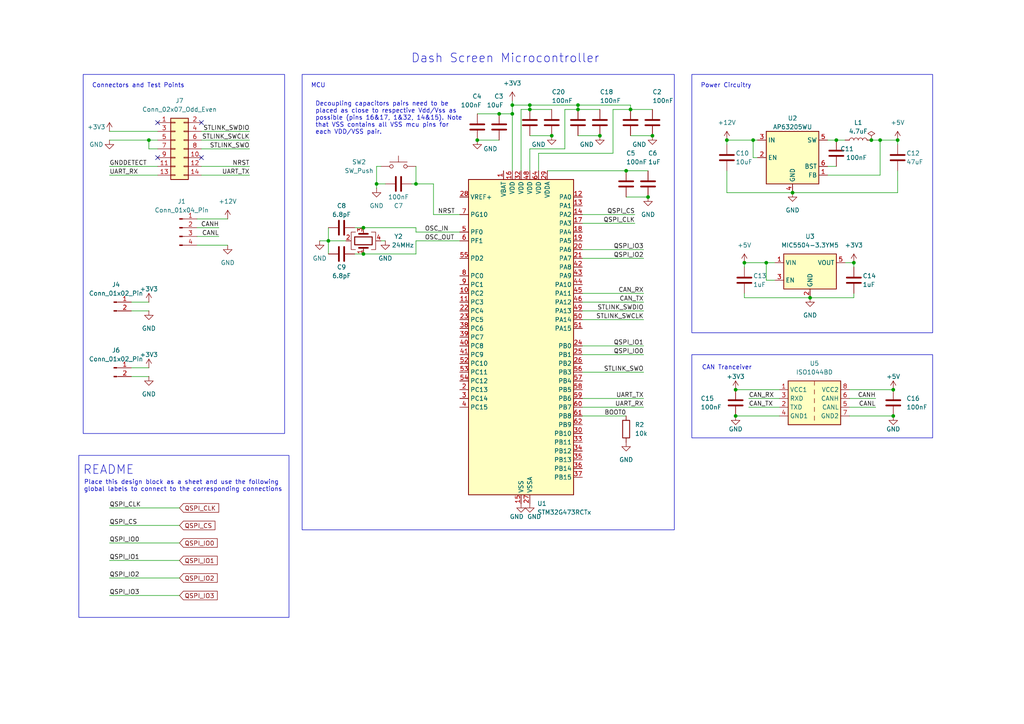
<source format=kicad_sch>
(kicad_sch (version 20250114) (generator "eeschema") (generator_version "9.0")
  (paper "A4")
  (lib_symbols
    (symbol "Connector:Conn_01x02_Pin" (pin_names (offset 1.016) (hide yes))
      (property "Reference" "J" (at 0 2.54 0))
      (property "Value" "Conn_01x02_Pin" (at 0 -5.08 0))
      (symbol "Conn_01x02_Pin_1_1"
        (pin passive line (at 5.08 0 180) (length 3.81) (name "Pin_1") (number "1"))
        (pin passive line (at 5.08 -2.54 180) (length 3.81) (name "Pin_2") (number "2"))
      )
    )
    (symbol "Connector:Conn_01x04_Pin" (pin_names (offset 1.016) (hide yes))
      (property "Reference" "J" (at 0 5.08 0))
      (property "Value" "Conn_01x04_Pin" (at 0 -7.62 0))
      (symbol "Conn_01x04_Pin_1_1"
        (pin passive line (at 5.08 2.54 180) (length 3.81) (name "Pin_1") (number "1"))
        (pin passive line (at 5.08 0 180) (length 3.81) (name "Pin_2") (number "2"))
        (pin passive line (at 5.08 -2.54 180) (length 3.81) (name "Pin_3") (number "3"))
        (pin passive line (at 5.08 -5.08 180) (length 3.81) (name "Pin_4") (number "4"))
      )
    )
    (symbol "Connector_Generic:Conn_02x07_Odd_Even" (pin_names (offset 1.016) (hide yes))
      (property "Reference" "J" (at 1.27 10.16 0))
      (property "Value" "Conn_02x07_Odd_Even" (at 1.27 -10.16 0))
      (symbol "Conn_02x07_Odd_Even_1_1"
        (pin passive line (at -5.08 7.62 0) (length 3.81) (name "Pin_1") (number "1"))
        (pin passive line (at -5.08 5.08 0) (length 3.81) (name "Pin_3") (number "3"))
        (pin passive line (at -5.08 2.54 0) (length 3.81) (name "Pin_5") (number "5"))
        (pin passive line (at -5.08 0 0) (length 3.81) (name "Pin_7") (number "7"))
        (pin passive line (at -5.08 -2.54 0) (length 3.81) (name "Pin_9") (number "9"))
        (pin passive line (at -5.08 -5.08 0) (length 3.81) (name "Pin_11") (number "11"))
        (pin passive line (at -5.08 -7.62 0) (length 3.81) (name "Pin_13") (number "13"))
        (pin passive line (at 7.62 7.62 180) (length 3.81) (name "Pin_2") (number "2"))
        (pin passive line (at 7.62 5.08 180) (length 3.81) (name "Pin_4") (number "4"))
        (pin passive line (at 7.62 2.54 180) (length 3.81) (name "Pin_6") (number "6"))
        (pin passive line (at 7.62 0 180) (length 3.81) (name "Pin_8") (number "8"))
        (pin passive line (at 7.62 -2.54 180) (length 3.81) (name "Pin_10") (number "10"))
        (pin passive line (at 7.62 -5.08 180) (length 3.81) (name "Pin_12") (number "12"))
        (pin passive line (at 7.62 -7.62 180) (length 3.81) (name "Pin_14") (number "14"))
      )
    )
    (symbol "Device:C" (pin_numbers (hide yes)) (pin_names (offset 0.254))
      (property "Reference" "C" (at 0.635 2.54 0))
      (property "Value" "C" (at 0.635 -2.54 0))
      (symbol "C_1_1"
        (pin passive line (at 0 3.81 270) (length 2.794) (name "~") (number "1"))
        (pin passive line (at 0 -3.81 90) (length 2.794) (name "~") (number "2"))
      )
    )
    (symbol "Device:Crystal_GND24" (pin_names (offset 1.016) (hide yes))
      (property "Reference" "Y" (at 3.175 5.08 0))
      (property "Value" "Crystal_GND24" (at 3.175 3.175 0))
      (symbol "Crystal_GND24_1_1"
        (pin passive line (at -3.81 0 0) (length 1.27) (name "1") (number "1"))
        (pin passive line (at 0 5.08 270) (length 1.27) (name "2") (number "2"))
        (pin passive line (at 0 -5.08 90) (length 1.27) (name "4") (number "4"))
        (pin passive line (at 3.81 0 180) (length 1.27) (name "3") (number "3"))
      )
    )
    (symbol "Device:L" (pin_numbers (hide yes)) (pin_names (offset 1.016) (hide yes))
      (property "Reference" "L" (at -1.27 0 90))
      (property "Value" "L" (at 1.905 0 90))
      (symbol "L_1_1"
        (pin passive line (at 0 3.81 270) (length 1.27) (name "1") (number "1"))
        (pin passive line (at 0 -3.81 90) (length 1.27) (name "2") (number "2"))
      )
    )
    (symbol "Device:R" (pin_numbers (hide yes)) (pin_names (offset 0))
      (property "Reference" "R" (at 2.032 0 90))
      (property "Value" "R" (at 0 0 90))
      (symbol "R_1_1"
        (pin passive line (at 0 3.81 270) (length 1.27) (name "~") (number "1"))
        (pin passive line (at 0 -3.81 90) (length 1.27) (name "~") (number "2"))
      )
    )
    (symbol "Interface_CAN_LIN:ISO1044BD"
      (property "Reference" "U" (at -6.35 6.35 0))
      (property "Value" "ISO1044BD" (at 2.54 6.35 0))
      (symbol "ISO1044BD_1_1"
        (pin power_in line (at -10.16 2.54 0) (length 2.54) (name "VCC1") (number "1"))
        (pin output line (at -10.16 0 0) (length 2.54) (name "RXD") (number "3"))
        (pin input line (at -10.16 -2.54 0) (length 2.54) (name "TXD") (number "2"))
        (pin power_in line (at -10.16 -5.08 0) (length 2.54) (name "GND1") (number "4"))
        (pin power_in line (at 10.16 2.54 180) (length 2.54) (name "VCC2") (number "8"))
        (pin bidirectional line (at 10.16 0 180) (length 2.54) (name "CANH") (number "6"))
        (pin bidirectional line (at 10.16 -2.54 180) (length 2.54) (name "CANL") (number "5"))
        (pin power_in line (at 10.16 -5.08 180) (length 2.54) (name "GND2") (number "7"))
      )
    )
    (symbol "MCU_ST_STM32G4:STM32G473RCTx"
      (property "Reference" "U" (at -15.24 46.99 0))
      (property "Value" "STM32G473RCTx" (at 10.16 46.99 0))
      (symbol "STM32G473RCTx_1_1"
        (pin input line (at -17.78 40.64 0) (length 2.54) (name "VREF+") (number "28"))
        (pin bidirectional line (at -17.78 35.56 0) (length 2.54) (name "PG10") (number "7"))
        (pin bidirectional line (at -17.78 30.48 0) (length 2.54) (name "PF0") (number "5"))
        (pin bidirectional line (at -17.78 27.94 0) (length 2.54) (name "PF1") (number "6"))
        (pin bidirectional line (at -17.78 22.86 0) (length 2.54) (name "PD2") (number "55"))
        (pin bidirectional line (at -17.78 17.78 0) (length 2.54) (name "PC0") (number "8"))
        (pin bidirectional line (at -17.78 15.24 0) (length 2.54) (name "PC1") (number "9"))
        (pin bidirectional line (at -17.78 12.7 0) (length 2.54) (name "PC2") (number "10"))
        (pin bidirectional line (at -17.78 10.16 0) (length 2.54) (name "PC3") (number "11"))
        (pin bidirectional line (at -17.78 7.62 0) (length 2.54) (name "PC4") (number "22"))
        (pin bidirectional line (at -17.78 5.08 0) (length 2.54) (name "PC5") (number "23"))
        (pin bidirectional line (at -17.78 2.54 0) (length 2.54) (name "PC6") (number "38"))
        (pin bidirectional line (at -17.78 0 0) (length 2.54) (name "PC7") (number "39"))
        (pin bidirectional line (at -17.78 -2.54 0) (length 2.54) (name "PC8") (number "40"))
        (pin bidirectional line (at -17.78 -5.08 0) (length 2.54) (name "PC9") (number "41"))
        (pin bidirectional line (at -17.78 -7.62 0) (length 2.54) (name "PC10") (number "52"))
        (pin bidirectional line (at -17.78 -10.16 0) (length 2.54) (name "PC11") (number "53"))
        (pin bidirectional line (at -17.78 -12.7 0) (length 2.54) (name "PC12") (number "54"))
        (pin bidirectional line (at -17.78 -15.24 0) (length 2.54) (name "PC13") (number "2"))
        (pin bidirectional line (at -17.78 -17.78 0) (length 2.54) (name "PC14") (number "3"))
        (pin bidirectional line (at -17.78 -20.32 0) (length 2.54) (name "PC15") (number "4"))
        (pin power_in line (at -5.08 48.26 270) (length 2.54) (name "VBAT") (number "1"))
        (pin power_in line (at -2.54 48.26 270) (length 2.54) (name "VDD") (number "16"))
        (pin power_in line (at 0 48.26 270) (length 2.54) (name "VDD") (number "32"))
        (pin power_in line (at 0 -48.26 90) (length 2.54) (name "VSS") (number "15"))
        (pin passive line (at 0 -48.26 90) (length 2.54) (hide yes) (name "VSS") (number "31"))
        (pin passive line (at 0 -48.26 90) (length 2.54) (hide yes) (name "VSS") (number "47"))
        (pin passive line (at 0 -48.26 90) (length 2.54) (hide yes) (name "VSS") (number "63"))
        (pin power_in line (at 2.54 48.26 270) (length 2.54) (name "VDD") (number "48"))
        (pin power_in line (at 2.54 -48.26 90) (length 2.54) (name "VSSA") (number "27"))
        (pin power_in line (at 5.08 48.26 270) (length 2.54) (name "VDD") (number "64"))
        (pin power_in line (at 7.62 48.26 270) (length 2.54) (name "VDDA") (number "29"))
        (pin bidirectional line (at 17.78 40.64 180) (length 2.54) (name "PA0") (number "12"))
        (pin bidirectional line (at 17.78 38.1 180) (length 2.54) (name "PA1") (number "13"))
        (pin bidirectional line (at 17.78 35.56 180) (length 2.54) (name "PA2") (number "14"))
        (pin bidirectional line (at 17.78 33.02 180) (length 2.54) (name "PA3") (number "17"))
        (pin bidirectional line (at 17.78 30.48 180) (length 2.54) (name "PA4") (number "18"))
        (pin bidirectional line (at 17.78 27.94 180) (length 2.54) (name "PA5") (number "19"))
        (pin bidirectional line (at 17.78 25.4 180) (length 2.54) (name "PA6") (number "20"))
        (pin bidirectional line (at 17.78 22.86 180) (length 2.54) (name "PA7") (number "21"))
        (pin bidirectional line (at 17.78 20.32 180) (length 2.54) (name "PA8") (number "42"))
        (pin bidirectional line (at 17.78 17.78 180) (length 2.54) (name "PA9") (number "43"))
        (pin bidirectional line (at 17.78 15.24 180) (length 2.54) (name "PA10") (number "44"))
        (pin bidirectional line (at 17.78 12.7 180) (length 2.54) (name "PA11") (number "45"))
        (pin bidirectional line (at 17.78 10.16 180) (length 2.54) (name "PA12") (number "46"))
        (pin bidirectional line (at 17.78 7.62 180) (length 2.54) (name "PA13") (number "49"))
        (pin bidirectional line (at 17.78 5.08 180) (length 2.54) (name "PA14") (number "50"))
        (pin bidirectional line (at 17.78 2.54 180) (length 2.54) (name "PA15") (number "51"))
        (pin bidirectional line (at 17.78 -2.54 180) (length 2.54) (name "PB0") (number "24"))
        (pin bidirectional line (at 17.78 -5.08 180) (length 2.54) (name "PB1") (number "25"))
        (pin bidirectional line (at 17.78 -7.62 180) (length 2.54) (name "PB2") (number "26"))
        (pin bidirectional line (at 17.78 -10.16 180) (length 2.54) (name "PB3") (number "56"))
        (pin bidirectional line (at 17.78 -12.7 180) (length 2.54) (name "PB4") (number "57"))
        (pin bidirectional line (at 17.78 -15.24 180) (length 2.54) (name "PB5") (number "58"))
        (pin bidirectional line (at 17.78 -17.78 180) (length 2.54) (name "PB6") (number "59"))
        (pin bidirectional line (at 17.78 -20.32 180) (length 2.54) (name "PB7") (number "60"))
        (pin bidirectional line (at 17.78 -22.86 180) (length 2.54) (name "PB8") (number "61"))
        (pin bidirectional line (at 17.78 -25.4 180) (length 2.54) (name "PB9") (number "62"))
        (pin bidirectional line (at 17.78 -27.94 180) (length 2.54) (name "PB10") (number "30"))
        (pin bidirectional line (at 17.78 -30.48 180) (length 2.54) (name "PB11") (number "33"))
        (pin bidirectional line (at 17.78 -33.02 180) (length 2.54) (name "PB12") (number "34"))
        (pin bidirectional line (at 17.78 -35.56 180) (length 2.54) (name "PB13") (number "35"))
        (pin bidirectional line (at 17.78 -38.1 180) (length 2.54) (name "PB14") (number "36"))
        (pin bidirectional line (at 17.78 -40.64 180) (length 2.54) (name "PB15") (number "37"))
      )
    )
    (symbol "Regulator_Linear:MIC5504-3.3YM5"
      (property "Reference" "U" (at -7.62 8.89 0))
      (property "Value" "MIC5504-3.3YM5" (at -7.62 6.35 0))
      (symbol "MIC5504-3.3YM5_1_1"
        (pin power_in line (at -10.16 2.54 0) (length 2.54) (name "VIN") (number "1"))
        (pin input line (at -10.16 -2.54 0) (length 2.54) (name "EN") (number "3"))
        (pin power_in line (at 0 -7.62 90) (length 2.54) (name "GND") (number "2"))
        (pin no_connect line (at 7.62 -2.54 180) (length 2.54) (hide yes) (name "NC") (number "4"))
        (pin power_out line (at 10.16 2.54 180) (length 2.54) (name "VOUT") (number "5"))
      )
    )
    (symbol "Regulator_Switching:AP63205WU"
      (property "Reference" "U1" (at 0 13.97 0))
      (property "Value" "AP63205WU" (at 0 11.43 0))
      (symbol "AP63205WU_1_1"
        (pin power_in line (at -10.16 7.62 0) (length 2.54) (name "IN") (number "3"))
        (pin input line (at -10.16 2.54 0) (length 2.54) (name "EN") (number "2"))
        (pin power_in line (at 0 -7.62 90) (length 2.54) (name "GND") (number "4"))
        (pin output line (at 10.16 7.62 180) (length 2.54) (name "SW") (number "5"))
        (pin passive line (at 10.16 0 180) (length 2.54) (name "BST") (number "6"))
        (pin input line (at 10.16 -2.54 180) (length 2.54) (name "FB") (number "1"))
      )
    )
    (symbol "Switch:SW_Push" (pin_numbers (hide yes)) (pin_names (offset 1.016) (hide yes))
      (property "Reference" "SW" (at 1.27 2.54 0))
      (property "Value" "SW_Push" (at 0 -1.524 0))
      (symbol "SW_Push_0_1"
        (pin passive line (at -5.08 0 0) (length 2.54) (name "1") (number "1"))
        (pin passive line (at 5.08 0 180) (length 2.54) (name "2") (number "2"))
      )
    )
    (symbol "power:+12V" (power) (pin_numbers (hide yes)) (pin_names (offset 0) (hide yes))
      (property "Value" "+12V" (at 0 3.556 0))
      (symbol "+12V_1_1"
        (pin power_in line (at 0 0 90) (length 0) (name "~") (number "1"))
      )
    )
    (symbol "power:+3V3" (power) (pin_numbers (hide yes)) (pin_names (offset 0) (hide yes))
      (property "Value" "+3V3" (at 0 3.556 0))
      (symbol "+3V3_1_1"
        (pin power_in line (at 0 0 90) (length 0) (name "~") (number "1"))
      )
    )
    (symbol "power:+5V" (power) (pin_numbers (hide yes)) (pin_names (offset 0) (hide yes))
      (property "Value" "+5V" (at 0 3.556 0))
      (symbol "+5V_1_1"
        (pin power_in line (at 0 0 90) (length 0) (name "~") (number "1"))
      )
    )
    (symbol "power:GND" (power) (pin_numbers (hide yes)) (pin_names (offset 0) (hide yes))
      (property "Value" "GND" (at 0 -3.81 0))
      (symbol "GND_1_1"
        (pin power_in line (at 0 0 270) (length 0) (name "~") (number "1"))
      )
    )
    (symbol "power:PWR_FLAG" (power) (pin_numbers (hide yes)) (pin_names (offset 0) (hide yes))
      (property "Value" "PWR_FLAG" (at 0 3.81 0))
      (symbol "PWR_FLAG_0_0"
        (pin power_out line (at 0 0 90) (length 0) (name "~") (number "1"))
      )
    )
  )
  (rectangle (start 87.63 21.59) (end 195.58 153.67))
  (rectangle (start 22.86 132.08) (end 83.82 179.07))
  (rectangle (start 24.13 21.59) (end 82.55 125.73))
  (rectangle (start 200.66 21.59) (end 270.51 96.52))
  (rectangle (start 200.66 102.87) (end 270.51 127))
  (text "README" (at 31.496 136.398 0) (effects (font (size 2.54 2.54))))
  (text "Place this design block as a sheet and use the following \nglobal labels to connect to the corresponding connections" (at 53.086 140.97 0) (effects (font (size 1.27 1.27))))
  (text "Dash Screen Microcontroller" (at 146.558 17.018 0) (effects (font (size 2.54 2.54))))
  (text "CAN Tranceiver" (at 210.82 106.68 0) (effects (font (size 1.27 1.27))))
  (text "Decoupling capacitors pairs need to be\nplaced as close to respective Vdd/Vss as\npossible (pins 16&17, 1&32, 14&15). Note\nthat VSS contains all VSS mcu pins for\neach VDD/VSS pair." (at 91.44 34.29 0) (effects (font (size 1.27 1.27)) (justify left)))
  (text "MCU" (at 90.17 24.13 0) (effects (font (size 1.27 1.27)) (justify left top)))
  (text "Connectors and Test Points\n" (at 26.67 24.13 0) (effects (font (size 1.27 1.27)) (justify left top)))
  (text "Power Circuitry" (at 203.2 24.13 0) (effects (font (size 1.27 1.27)) (justify left top)))
  (junction (at 138.43 40.64))
  (junction (at 259.08 120.65))
  (junction (at 144.78 33.02))
  (junction (at 260.35 40.64))
  (junction (at 109.22 53.34))
  (junction (at 160.02 39.37))
  (junction (at 189.23 39.37))
  (junction (at 218.44 40.64))
  (junction (at 252.73 40.64))
  (junction (at 148.59 33.02))
  (junction (at 120.65 53.34))
  (junction (at 181.61 49.53))
  (junction (at 167.64 31.75))
  (junction (at 43.18 40.64))
  (junction (at 148.59 30.48))
  (junction (at 187.96 57.15))
  (junction (at 173.99 39.37))
  (junction (at 222.25 76.2))
  (junction (at 259.08 113.03))
  (junction (at 247.65 76.2))
  (junction (at 105.41 73.66))
  (junction (at 153.67 30.48))
  (junction (at 229.87 55.88))
  (junction (at 215.9 76.2))
  (junction (at 234.95 86.36))
  (junction (at 153.67 31.75))
  (junction (at 105.41 66.04))
  (junction (at 242.57 40.64))
  (junction (at 182.88 31.75))
  (junction (at 210.82 40.64))
  (junction (at 213.36 113.03))
  (junction (at 255.27 40.64))
  (junction (at 95.25 69.85))
  (junction (at 167.64 30.48))
  (junction (at 213.36 120.65))
  (no_connect (at 45.72 45.72))
  (no_connect (at 58.42 45.72))
  (no_connect (at 45.72 35.56))
  (no_connect (at 58.42 35.56))
  (wire (pts (xy 181.61 57.15) (xy 187.96 57.15)))
  (wire (pts (xy 167.64 39.37) (xy 173.99 39.37)))
  (wire (pts (xy 163.83 43.18) (xy 153.67 43.18)))
  (wire (pts (xy 43.18 43.18) (xy 43.18 40.64)))
  (wire (pts (xy 102.87 73.66) (xy 105.41 73.66)))
  (wire (pts (xy 125.73 62.23) (xy 133.35 62.23)))
  (wire (pts (xy 58.42 50.8) (xy 72.39 50.8)))
  (wire (pts (xy 31.75 147.32) (xy 52.07 147.32)))
  (wire (pts (xy 247.65 85.09) (xy 247.65 86.36)))
  (wire (pts (xy 240.03 40.64) (xy 242.57 40.64)))
  (wire (pts (xy 57.15 71.12) (xy 66.04 71.12)))
  (wire (pts (xy 153.67 39.37) (xy 160.02 39.37)))
  (wire (pts (xy 255.27 40.64) (xy 255.27 50.8)))
  (wire (pts (xy 144.78 40.64) (xy 138.43 40.64)))
  (wire (pts (xy 109.22 54.61) (xy 109.22 53.34)))
  (wire (pts (xy 167.64 30.48) (xy 182.88 30.48)))
  (wire (pts (xy 63.5 66.04) (xy 57.15 66.04)))
  (wire (pts (xy 31.75 152.4) (xy 52.07 152.4)))
  (wire (pts (xy 218.44 45.72) (xy 219.71 45.72)))
  (wire (pts (xy 210.82 40.64) (xy 210.82 41.91)))
  (wire (pts (xy 182.88 31.75) (xy 189.23 31.75)))
  (wire (pts (xy 168.91 74.93) (xy 186.69 74.93)))
  (wire (pts (xy 168.91 100.33) (xy 186.69 100.33)))
  (wire (pts (xy 92.71 69.85) (xy 95.25 69.85)))
  (wire (pts (xy 120.65 67.31) (xy 133.35 67.31)))
  (wire (pts (xy 95.25 69.85) (xy 95.25 73.66)))
  (wire (pts (xy 66.04 63.5) (xy 57.15 63.5)))
  (wire (pts (xy 215.9 86.36) (xy 234.95 86.36)))
  (wire (pts (xy 213.36 113.03) (xy 226.06 113.03)))
  (wire (pts (xy 105.41 73.66) (xy 120.65 73.66)))
  (wire (pts (xy 125.73 62.23) (xy 125.73 53.34)))
  (wire (pts (xy 215.9 76.2) (xy 222.25 76.2)))
  (wire (pts (xy 247.65 86.36) (xy 234.95 86.36)))
  (wire (pts (xy 224.79 81.28) (xy 222.25 81.28)))
  (wire (pts (xy 31.75 172.72) (xy 52.07 172.72)))
  (wire (pts (xy 63.5 68.58) (xy 57.15 68.58)))
  (wire (pts (xy 246.38 115.57) (xy 254 115.57)))
  (wire (pts (xy 38.1 90.17) (xy 43.18 90.17)))
  (wire (pts (xy 31.75 157.48) (xy 52.07 157.48)))
  (wire (pts (xy 168.91 87.63) (xy 186.69 87.63)))
  (wire (pts (xy 182.88 31.75) (xy 177.8 31.75)))
  (wire (pts (xy 58.42 38.1) (xy 72.39 38.1)))
  (wire (pts (xy 182.88 39.37) (xy 189.23 39.37)))
  (wire (pts (xy 168.91 72.39) (xy 186.69 72.39)))
  (wire (pts (xy 255.27 40.64) (xy 260.35 40.64)))
  (wire (pts (xy 58.42 48.26) (xy 72.39 48.26)))
  (wire (pts (xy 119.38 53.34) (xy 120.65 53.34)))
  (wire (pts (xy 43.18 40.64) (xy 45.72 40.64)))
  (wire (pts (xy 168.91 64.77) (xy 184.15 64.77)))
  (wire (pts (xy 210.82 49.53) (xy 210.82 55.88)))
  (wire (pts (xy 153.67 30.48) (xy 167.64 30.48)))
  (wire (pts (xy 72.39 40.64) (xy 58.42 40.64)))
  (wire (pts (xy 246.38 120.65) (xy 259.08 120.65)))
  (wire (pts (xy 218.44 40.64) (xy 218.44 45.72)))
  (wire (pts (xy 144.78 33.02) (xy 138.43 33.02)))
  (wire (pts (xy 31.75 167.64) (xy 52.07 167.64)))
  (wire (pts (xy 153.67 31.75) (xy 151.13 31.75)))
  (wire (pts (xy 95.25 69.85) (xy 100.33 69.85)))
  (wire (pts (xy 168.91 85.09) (xy 186.69 85.09)))
  (wire (pts (xy 153.67 30.48) (xy 153.67 31.75)))
  (wire (pts (xy 168.91 90.17) (xy 186.69 90.17)))
  (wire (pts (xy 109.22 48.26) (xy 109.22 53.34)))
  (wire (pts (xy 246.38 113.03) (xy 259.08 113.03)))
  (wire (pts (xy 144.78 33.02) (xy 148.59 33.02)))
  (wire (pts (xy 177.8 31.75) (xy 177.8 44.45)))
  (wire (pts (xy 109.22 53.34) (xy 111.76 53.34)))
  (wire (pts (xy 110.49 69.85) (xy 111.76 69.85)))
  (wire (pts (xy 168.91 118.11) (xy 186.69 118.11)))
  (wire (pts (xy 105.41 66.04) (xy 120.65 66.04)))
  (wire (pts (xy 148.59 33.02) (xy 148.59 49.53)))
  (wire (pts (xy 215.9 76.2) (xy 215.9 77.47)))
  (wire (pts (xy 153.67 31.75) (xy 160.02 31.75)))
  (wire (pts (xy 242.57 48.26) (xy 240.03 48.26)))
  (wire (pts (xy 260.35 41.91) (xy 260.35 40.64)))
  (wire (pts (xy 148.59 30.48) (xy 153.67 30.48)))
  (wire (pts (xy 31.75 38.1) (xy 45.72 38.1)))
  (wire (pts (xy 31.75 162.56) (xy 52.07 162.56)))
  (wire (pts (xy 247.65 76.2) (xy 245.11 76.2)))
  (wire (pts (xy 260.35 49.53) (xy 260.35 55.88)))
  (wire (pts (xy 168.91 115.57) (xy 186.69 115.57)))
  (wire (pts (xy 210.82 55.88) (xy 229.87 55.88)))
  (wire (pts (xy 181.61 49.53) (xy 187.96 49.53)))
  (wire (pts (xy 168.91 62.23) (xy 184.15 62.23)))
  (wire (pts (xy 222.25 81.28) (xy 222.25 76.2)))
  (wire (pts (xy 252.73 40.64) (xy 255.27 40.64)))
  (wire (pts (xy 168.91 102.87) (xy 186.69 102.87)))
  (wire (pts (xy 38.1 106.68) (xy 43.18 106.68)))
  (wire (pts (xy 168.91 107.95) (xy 186.69 107.95)))
  (wire (pts (xy 167.64 30.48) (xy 167.64 31.75)))
  (wire (pts (xy 229.87 55.88) (xy 260.35 55.88)))
  (wire (pts (xy 168.91 120.65) (xy 181.61 120.65)))
  (wire (pts (xy 109.22 48.26) (xy 110.49 48.26)))
  (wire (pts (xy 210.82 40.64) (xy 218.44 40.64)))
  (wire (pts (xy 102.87 66.04) (xy 105.41 66.04)))
  (wire (pts (xy 120.65 48.26) (xy 120.65 53.34)))
  (wire (pts (xy 247.65 77.47) (xy 247.65 76.2)))
  (wire (pts (xy 148.59 30.48) (xy 148.59 33.02)))
  (wire (pts (xy 38.1 109.22) (xy 43.18 109.22)))
  (wire (pts (xy 218.44 40.64) (xy 219.71 40.64)))
  (wire (pts (xy 95.25 66.04) (xy 95.25 69.85)))
  (wire (pts (xy 213.36 120.65) (xy 226.06 120.65)))
  (wire (pts (xy 215.9 85.09) (xy 215.9 86.36)))
  (wire (pts (xy 151.13 31.75) (xy 151.13 49.53)))
  (wire (pts (xy 167.64 31.75) (xy 173.99 31.75)))
  (wire (pts (xy 45.72 43.18) (xy 43.18 43.18)))
  (wire (pts (xy 58.42 43.18) (xy 72.39 43.18)))
  (wire (pts (xy 153.67 43.18) (xy 153.67 49.53)))
  (wire (pts (xy 242.57 40.64) (xy 245.11 40.64)))
  (wire (pts (xy 31.75 40.64) (xy 43.18 40.64)))
  (wire (pts (xy 120.65 69.85) (xy 133.35 69.85)))
  (wire (pts (xy 31.75 48.26) (xy 45.72 48.26)))
  (wire (pts (xy 182.88 30.48) (xy 182.88 31.75)))
  (wire (pts (xy 125.73 53.34) (xy 120.65 53.34)))
  (wire (pts (xy 217.17 118.11) (xy 226.06 118.11)))
  (wire (pts (xy 148.59 29.21) (xy 148.59 30.48)))
  (wire (pts (xy 45.72 50.8) (xy 31.75 50.8)))
  (wire (pts (xy 120.65 66.04) (xy 120.65 67.31)))
  (wire (pts (xy 38.1 87.63) (xy 43.18 87.63)))
  (wire (pts (xy 255.27 50.8) (xy 240.03 50.8)))
  (wire (pts (xy 246.38 118.11) (xy 254 118.11)))
  (wire (pts (xy 177.8 44.45) (xy 156.21 44.45)))
  (wire (pts (xy 168.91 92.71) (xy 186.69 92.71)))
  (wire (pts (xy 217.17 115.57) (xy 226.06 115.57)))
  (wire (pts (xy 120.65 73.66) (xy 120.65 69.85)))
  (wire (pts (xy 163.83 31.75) (xy 163.83 43.18)))
  (wire (pts (xy 158.75 49.53) (xy 181.61 49.53)))
  (wire (pts (xy 167.64 31.75) (xy 163.83 31.75)))
  (wire (pts (xy 156.21 44.45) (xy 156.21 49.53)))
  (wire (pts (xy 224.79 76.2) (xy 222.25 76.2)))
  (label "QSPI_IO0" (at 186.69 102.87 180))
  (label "STLINK_SWDIO" (at 186.69 90.17 180))
  (label "STLINK_SWDIO" (at 72.39 38.1 180))
  (label "STLINK_SWCLK" (at 72.39 40.64 180))
  (label "QSPI_IO1" (at 31.75 162.56 0))
  (label "NRST" (at 72.39 48.26 180))
  (label "UART_RX" (at 186.69 118.11 180))
  (label "QSPI_IO0" (at 31.75 157.48 0))
  (label "UART_TX" (at 186.69 115.57 180))
  (label "UART_TX" (at 72.39 50.8 180))
  (label "QSPI_IO1" (at 186.69 100.33 180))
  (label "CANL" (at 63.5 68.58 180))
  (label "CAN_RX" (at 186.69 85.09 180))
  (label "STLINK_SWCLK" (at 186.69 92.71 180))
  (label "OSC_OUT" (at 123.19 69.85 0))
  (label "CANH" (at 254 115.57 180))
  (label "GNDDETECT" (at 31.75 48.26 0))
  (label "QSPI_CLK" (at 31.75 147.32 0))
  (label "QSPI_IO3" (at 186.69 72.39 180))
  (label "CANH" (at 63.5 66.04 180))
  (label "NRST" (at 127 62.23 0))
  (label "QSPI_CS" (at 184.15 62.23 180))
  (label "QSPI_IO3" (at 31.75 172.72 0))
  (label "UART_RX" (at 31.75 50.8 0))
  (label "STLINK_SWO" (at 72.39 43.18 180))
  (label "QSPI_CLK" (at 184.15 64.77 180))
  (label "QSPI_IO2" (at 31.75 167.64 0))
  (label "CAN_TX" (at 186.69 87.63 180))
  (label "STLINK_SWO" (at 186.69 107.95 180))
  (label "OSC_IN" (at 123.19 67.31 0))
  (label "CANL" (at 254 118.11 180))
  (label "BOOT0" (at 181.61 120.65 180))
  (label "QSPI_IO2" (at 186.69 74.93 180))
  (label "QSPI_CS" (at 31.75 152.4 0))
  (label "CAN_RX" (at 217.17 115.57 0))
  (label "CAN_TX" (at 217.17 118.11 0))
  (global_label "QSPI_CLK" (shape input) (at 52.07 147.32 0) (property "Intersheetrefs" "${INTERSHEET_REFS}" (effects (hide yes))))
  (global_label "QSPI_IO1" (shape input) (at 52.07 162.56 0) (property "Intersheetrefs" "${INTERSHEET_REFS}" (effects (hide yes))))
  (global_label "QSPI_IO2" (shape input) (at 52.07 167.64 0) (property "Intersheetrefs" "${INTERSHEET_REFS}" (effects (hide yes))))
  (global_label "QSPI_IO3" (shape input) (at 52.07 172.72 0) (property "Intersheetrefs" "${INTERSHEET_REFS}" (effects (hide yes))))
  (global_label "QSPI_CS" (shape input) (at 52.07 152.4 0) (property "Intersheetrefs" "${INTERSHEET_REFS}" (effects (hide yes))))
  (global_label "QSPI_IO0" (shape input) (at 52.07 157.48 0) (property "Intersheetrefs" "${INTERSHEET_REFS}" (effects (hide yes))))
  (symbol (lib_id "power:PWR_FLAG") (at 252.73 40.64 0) (unit 1)
    (property "Reference" "#FLG0101" (effects (hide yes)))
    (property "Value" "PWR_FLAG" (effects (hide yes)))
    (property "Description" "Special symbol for telling ERC where power comes from" (effects (hide yes)))
  )
  (symbol (lib_id "power:GND") (at 109.22 54.61 0) (unit 1)
    (property "Reference" "#PWR010" (effects (hide yes)))
    (property "Value" "GND" (at 109.22 59.69 0))
    (property "Description" "Power symbol creates a global label with name \"GND\" , ground" (effects (hide yes)))
  )
  (symbol (lib_id "Device:Crystal_GND24") (at 105.41 69.85 90) (unit 1)
    (property "Reference" "Y2" (at 115.57 68.58 90))
    (property "Value" "24MHz" (at 116.84 71.12 90))
    (property "Footprint" "Crystal:Crystal_SMD_2016-4Pin_2.0x1.6mm" (effects (hide yes)))
    (property "Datasheet" "https://ecsxtal.com/store/pdf/ECX-1637B.pdf" (effects (hide yes)))
    (property "Description" "Four pin crystal, GND on pins 2 and 4" (effects (hide yes)))
    (property "Digi PN" "XC3063CT-ND" (effects (hide yes)))
    (property "MFG" "ECS" (effects (hide yes)))
    (property "MFG PN" "ECS-240-8-37B-CKY-TR" (effects (hide yes)))
  )
  (symbol (lib_id "Device:C") (at 173.99 35.56 0) (unit 1)
    (property "Reference" "C18" (at 173.99 26.67 0) (effects (justify left)))
    (property "Value" "100nF" (at 173.99 29.21 0) (effects (justify left)))
    (property "Footprint" "Capacitor_SMD:C_0805_2012Metric_Pad1.18x1.45mm_HandSolder" (effects (hide yes)))
    (property "Datasheet" "https://www.yageo.com/upload/media/product/productsearch/datasheet/mlcc/UPY-GPHC_X7R_6.3V-to-250V_24.pdf" (effects (hide yes)))
    (property "Description" "Unpolarized capacitor" (effects (hide yes)))
    (property "Digi PN" "311-1140-1-ND" (effects (hide yes)))
    (property "MFG" "Yageo" (effects (hide yes)))
    (property "MFG PN" "CC0805KRX7R9BB104" (effects (hide yes)))
  )
  (symbol (lib_id "power:GND") (at 160.02 39.37 0) (unit 1)
    (property "Reference" "#PWR015" (effects (hide yes)))
    (property "Value" "GND" (at 156.21 41.91 0))
    (property "Description" "Power symbol creates a global label with name \"GND\" , ground" (effects (hide yes)))
  )
  (symbol (lib_id "power:+3V3") (at 31.75 38.1 0) (unit 1)
    (property "Reference" "#PWR011" (effects (hide yes)))
    (property "Value" "+3V3" (at 27.94 36.83 0))
    (property "Description" "Power symbol creates a global label with name \"+3V3\"" (effects (hide yes)))
  )
  (symbol (lib_id "power:GND") (at 66.04 71.12 0) (unit 1)
    (property "Reference" "#PWR02" (effects (hide yes)))
    (property "Value" "GND" (at 66.04 76.2 0))
    (property "Description" "Power symbol creates a global label with name \"GND\" , ground" (effects (hide yes)))
  )
  (symbol (lib_id "power:GND") (at 213.36 120.65 0) (unit 1)
    (property "Reference" "#PWR012" (effects (hide yes)))
    (property "Value" "GND" (at 213.36 124.46 0))
    (property "Description" "Power symbol creates a global label with name \"GND\" , ground" (effects (hide yes)))
  )
  (symbol (lib_id "Device:C") (at 189.23 35.56 0) (unit 1)
    (property "Reference" "C2" (at 189.23 26.67 0) (effects (justify left)))
    (property "Value" "100nF" (at 189.23 29.21 0) (effects (justify left)))
    (property "Footprint" "Capacitor_SMD:C_0805_2012Metric_Pad1.18x1.45mm_HandSolder" (effects (hide yes)))
    (property "Datasheet" "https://www.yageo.com/upload/media/product/productsearch/datasheet/mlcc/UPY-GPHC_X7R_6.3V-to-250V_24.pdf" (effects (hide yes)))
    (property "Description" "Unpolarized capacitor" (effects (hide yes)))
    (property "Digi PN" "311-1140-1-ND" (effects (hide yes)))
    (property "MFG" "Yageo" (effects (hide yes)))
    (property "MFG PN" "CC0805KRX7R9BB104" (effects (hide yes)))
  )
  (symbol (lib_id "Device:C") (at 260.35 45.72 180) (unit 1)
    (property "Reference" "C12" (at 262.89 44.45 0) (effects (justify right)))
    (property "Value" "47uF" (at 262.89 46.99 0) (effects (justify right)))
    (property "Footprint" "Capacitor_SMD:C_0805_2012Metric_Pad1.18x1.45mm_HandSolder" (effects (hide yes)))
    (property "Datasheet" "https://mm.digikey.com/Volume0/opasdata/d220001/medias/docus/658/CL21A476MQYNNNE_Spec.pdf" (effects (hide yes)))
    (property "Description" "Unpolarized capacitor" (effects (hide yes)))
    (property "Digi PN" "1276-1852-1-ND" (effects (hide yes)))
    (property "MFG" "Samsung Electro-Mechanics" (effects (hide yes)))
    (property "MFG PN" "CL21A476MQYNNNE" (effects (hide yes)))
  )
  (symbol (lib_id "power:+3V3") (at 148.59 29.21 0) (unit 1)
    (property "Reference" "#PWR06" (effects (hide yes)))
    (property "Value" "+3V3" (at 148.59 24.13 0))
    (property "Description" "Power symbol creates a global label with name \"+3V3\"" (effects (hide yes)))
  )
  (symbol (lib_id "power:GND") (at 31.75 40.64 0) (unit 1)
    (property "Reference" "#PWR021" (effects (hide yes)))
    (property "Value" "GND" (at 27.94 41.91 0))
    (property "Description" "Power symbol creates a global label with name \"GND\" , ground" (effects (hide yes)))
  )
  (symbol (lib_id "Connector:Conn_01x04_Pin") (at 52.07 66.04 0) (unit 1)
    (property "Reference" "J1" (at 52.705 58.42 0))
    (property "Value" "Conn_01x04_Pin" (at 52.705 60.96 0))
    (property "Footprint" "Connector_PinHeader_2.54mm:PinHeader_1x04_P2.54mm_Vertical" (effects (hide yes)))
    (property "Description" "Generic connector, single row, 01x04, script generated" (effects (hide yes)))
  )
  (symbol (lib_id "Regulator_Linear:MIC5504-3.3YM5") (at 234.95 78.74 0) (unit 1)
    (property "Reference" "U3" (at 234.95 68.58 0))
    (property "Value" "MIC5504-3.3YM5" (at 234.95 71.12 0))
    (property "Footprint" "Package_TO_SOT_SMD:SOT-23-5" (effects (hide yes)))
    (property "Datasheet" "http://ww1.microchip.com/downloads/en/DeviceDoc/MIC550X.pdf" (effects (hide yes)))
    (property "Description" "300mA Low-dropout Voltage Regulator, Vout 3.3V, Vin up to 5.5V, SOT-23" (effects (hide yes)))
    (property "Digi PN" "576-4764-1-ND" (effects (hide yes)))
    (property "MFG" "Microchip Technology" (effects (hide yes)))
    (property "MFG PN" "MIC5504-3.3YM5-TR" (effects (hide yes)))
  )
  (symbol (lib_id "Device:C") (at 160.02 35.56 0) (unit 1)
    (property "Reference" "C20" (at 160.02 26.67 0) (effects (justify left)))
    (property "Value" "100nF" (at 160.02 29.21 0) (effects (justify left)))
    (property "Footprint" "Capacitor_SMD:C_0805_2012Metric_Pad1.18x1.45mm_HandSolder" (effects (hide yes)))
    (property "Datasheet" "https://www.yageo.com/upload/media/product/productsearch/datasheet/mlcc/UPY-GPHC_X7R_6.3V-to-250V_24.pdf" (effects (hide yes)))
    (property "Description" "Unpolarized capacitor" (effects (hide yes)))
    (property "Digi PN" "311-1140-1-ND" (effects (hide yes)))
    (property "MFG" "Yageo" (effects (hide yes)))
    (property "MFG PN" "CC0805KRX7R9BB104" (effects (hide yes)))
  )
  (symbol (lib_id "Device:C") (at 247.65 81.28 180) (unit 1)
    (property "Reference" "C14" (at 250.19 80.01 0) (effects (justify right)))
    (property "Value" "1uF" (at 250.19 82.55 0) (effects (justify right)))
    (property "Footprint" "Capacitor_SMD:C_0805_2012Metric_Pad1.18x1.45mm_HandSolder" (effects (hide yes)))
    (property "Datasheet" "https://mm.digikey.com/Volume0/opasdata/d220001/medias/docus/609/CL21B105KBFNNNE_Spec.pdf" (effects (hide yes)))
    (property "Description" "Unpolarized capacitor" (effects (hide yes)))
    (property "Digi PN" "1276-1029-1-ND" (effects (hide yes)))
    (property "MFG" "Samsung Electro-Mechanics" (effects (hide yes)))
    (property "MFG PN" "CL21B105KBFNNNE" (effects (hide yes)))
  )
  (symbol (lib_id "Connector:Conn_01x02_Pin") (at 33.02 87.63 0) (unit 1)
    (property "Reference" "J4" (at 33.655 82.55 0))
    (property "Value" "Conn_01x02_Pin" (at 33.655 85.09 0))
    (property "Footprint" "Connector_PinSocket_2.54mm:PinSocket_1x02_P2.54mm_Vertical" (effects (hide yes)))
    (property "Description" "Generic connector, single row, 01x02, script generated" (effects (hide yes)))
  )
  (symbol (lib_id "power:GND") (at 43.18 90.17 0) (unit 1)
    (property "Reference" "#PWR017" (effects (hide yes)))
    (property "Value" "GND" (at 43.18 95.25 0))
    (property "Description" "Power symbol creates a global label with name \"GND\" , ground" (effects (hide yes)))
  )
  (symbol (lib_id "Device:C") (at 144.78 36.83 0) (mirror y) (unit 1)
    (property "Reference" "C3" (at 146.05 27.94 0) (effects (justify left)))
    (property "Value" "10uF" (at 146.05 30.48 0) (effects (justify left)))
    (property "Footprint" "Capacitor_SMD:C_0805_2012Metric_Pad1.18x1.45mm_HandSolder" (effects (hide yes)))
    (property "Datasheet" "https://mm.digikey.com/Volume0/opasdata/d220001/medias/docus/658/CL21A106KOQNNNG_Spec.pdf" (effects (hide yes)))
    (property "Description" "Unpolarized capacitor" (effects (hide yes)))
    (property "Digi PN" "1276-6455-1-ND" (effects (hide yes)))
    (property "MFG" "Samsung Electro-Mechanics" (effects (hide yes)))
    (property "MFG PN" "CL21A106KOQNNNG" (effects (hide yes)))
  )
  (symbol (lib_id "Device:C") (at 182.88 35.56 0) (unit 1)
    (property "Reference" "C1" (effects (hide yes)))
    (property "Value" "10uF" (effects (hide yes)))
    (property "Footprint" "Capacitor_SMD:C_0805_2012Metric_Pad1.18x1.45mm_HandSolder" (effects (hide yes)))
    (property "Datasheet" "https://mm.digikey.com/Volume0/opasdata/d220001/medias/docus/658/CL21A106KOQNNNG_Spec.pdf" (effects (hide yes)))
    (property "Description" "Unpolarized capacitor" (effects (hide yes)))
    (property "Digi PN" "1276-6455-1-ND" (effects (hide yes)))
    (property "MFG" "Samsung Electro-Mechanics" (effects (hide yes)))
    (property "MFG PN" "CL21A106KOQNNNG" (effects (hide yes)))
  )
  (symbol (lib_id "Connector_Generic:Conn_02x07_Odd_Even") (at 50.8 43.18 0) (unit 1)
    (property "Reference" "J7" (at 52.07 29.21 0))
    (property "Value" "Conn_02x07_Odd_Even" (at 52.07 31.75 0))
    (property "Footprint" "Connector_PinHeader_1.27mm:PinHeader_2x07_P1.27mm_Vertical_SMD" (effects (hide yes)))
    (property "Datasheet" "https://mm.digikey.com/Volume0/opasdata/d220001/medias/docus/6209/ftsh-1xx-xx-xxx-dv-xxx-xxx-x-xx-mkt.pdf" (effects (hide yes)))
    (property "Description" "Generic connector, double row, 02x07, odd/even pin numbering scheme (row 1 odd numbers, row 2 even numbers), script generated (kicad-library-utils/schlib/autogen/connector/)" (effects (hide yes)))
    (property "MFG PN" "FTSH-107-01-F-DV-K-P-TR" (effects (hide yes)))
    (property "Digi PN" "SAM13170CT-ND" (effects (hide yes)))
  )
  (symbol (lib_id "Interface_CAN_LIN:ISO1044BD") (at 236.22 115.57 0) (unit 1)
    (property "Reference" "U5" (at 236.22 105.41 0))
    (property "Value" "ISO1044BD" (at 236.22 107.95 0))
    (property "Footprint" "Package_SO:SOIC-8_3.9x4.9mm_P1.27mm" (effects (hide yes)))
    (property "Datasheet" "https://www.ti.com/lit/ds/symlink/iso1044.pdf" (effects (hide yes)))
    (property "Description" "Isolated CAN FD Transceiver, SOIC-8" (effects (hide yes)))
    (property "Digi PN" "296-ISO1044BDRCT-ND" (effects (hide yes)))
    (property "MFG" "Texas Instruments" (effects (hide yes)))
    (property "MFG PN" "ISO1044BDR" (effects (hide yes)))
  )
  (symbol (lib_id "Device:C") (at 215.9 81.28 180) (unit 1)
    (property "Reference" "C13" (at 218.44 80.01 0) (effects (justify right)))
    (property "Value" "1uF" (at 218.44 82.55 0) (effects (justify right)))
    (property "Footprint" "Capacitor_SMD:C_0805_2012Metric_Pad1.18x1.45mm_HandSolder" (effects (hide yes)))
    (property "Datasheet" "https://mm.digikey.com/Volume0/opasdata/d220001/medias/docus/609/CL21B105KBFNNNE_Spec.pdf" (effects (hide yes)))
    (property "Description" "Unpolarized capacitor" (effects (hide yes)))
    (property "Digi PN" "1276-1029-1-ND" (effects (hide yes)))
    (property "MFG" "Samsung Electro-Mechanics" (effects (hide yes)))
    (property "MFG PN" "CL21B105KBFNNNE" (effects (hide yes)))
  )
  (symbol (lib_id "power:+12V") (at 66.04 63.5 0) (unit 1)
    (property "Reference" "#PWR01" (effects (hide yes)))
    (property "Value" "+12V" (at 66.04 58.42 0))
    (property "Description" "Power symbol creates a global label with name \"+12V\"" (effects (hide yes)))
  )
  (symbol (lib_id "Connector:Conn_01x02_Pin") (at 33.02 106.68 0) (unit 1)
    (property "Reference" "J6" (at 33.655 101.6 0))
    (property "Value" "Conn_01x02_Pin" (at 33.655 104.14 0))
    (property "Footprint" "Connector_PinSocket_2.54mm:PinSocket_1x02_P2.54mm_Vertical" (effects (hide yes)))
    (property "Description" "Generic connector, single row, 01x02, script generated" (effects (hide yes)))
  )
  (symbol (lib_id "MCU_ST_STM32G4:STM32G473RCTx") (at 151.13 97.79 0) (unit 1)
    (property "Reference" "U1" (at 155.8133 146.05 0) (effects (justify left)))
    (property "Value" "STM32G473RCTx" (at 155.8133 148.59 0) (effects (justify left)))
    (property "Footprint" "Package_QFP:LQFP-64_10x10mm_P0.5mm" (effects (hide yes)))
    (property "Datasheet" "https://www.st.com/resource/en/datasheet/stm32g473rc.pdf" (effects (hide yes)))
    (property "Description" "STMicroelectronics Arm Cortex-M4 MCU, 256KB flash, 128KB RAM, 170 MHz, 1.71-3.6V, 52 GPIO, LQFP64" (effects (hide yes)))
  )
  (symbol (lib_id "power:+5V") (at 260.35 40.64 0) (unit 1)
    (property "Reference" "#PWR0103" (effects (hide yes)))
    (property "Value" "+5V" (at 260.35 35.56 0))
    (property "Description" "Power symbol creates a global label with name \"+5V\"" (effects (hide yes)))
  )
  (symbol (lib_id "power:GND") (at 259.08 120.65 0) (unit 1)
    (property "Reference" "#PWR022" (effects (hide yes)))
    (property "Value" "GND" (at 259.08 124.46 0))
    (property "Description" "Power symbol creates a global label with name \"GND\" , ground" (effects (hide yes)))
  )
  (symbol (lib_id "power:+3V3") (at 43.18 106.68 0) (unit 1)
    (property "Reference" "#PWR018" (effects (hide yes)))
    (property "Value" "+3V3" (at 43.18 102.87 0))
    (property "Description" "Power symbol creates a global label with name \"+3V3\"" (effects (hide yes)))
  )
  (symbol (lib_id "power:+5V") (at 259.08 113.03 0) (unit 1)
    (property "Reference" "#PWR024" (effects (hide yes)))
    (property "Value" "+5V" (at 259.08 109.22 0))
    (property "Description" "Power symbol creates a global label with name \"+5V\"" (effects (hide yes)))
  )
  (symbol (lib_id "Device:C") (at 213.36 116.84 0) (unit 1)
    (property "Reference" "C15" (at 203.2 115.57 0) (effects (justify left)))
    (property "Value" "100nF" (at 203.2 118.11 0) (effects (justify left)))
    (property "Footprint" "Capacitor_SMD:C_0805_2012Metric_Pad1.18x1.45mm_HandSolder" (effects (hide yes)))
    (property "Datasheet" "https://www.yageo.com/upload/media/product/productsearch/datasheet/mlcc/UPY-GPHC_X7R_6.3V-to-250V_24.pdf" (effects (hide yes)))
    (property "Description" "Unpolarized capacitor" (effects (hide yes)))
    (property "Digi PN" "311-1140-1-ND" (effects (hide yes)))
    (property "MFG" "Yageo" (effects (hide yes)))
    (property "MFG PN" "CC0805KRX7R9BB104" (effects (hide yes)))
  )
  (symbol (lib_id "power:GND") (at 187.96 57.15 0) (unit 1)
    (property "Reference" "#PWR09" (effects (hide yes)))
    (property "Value" "GND" (at 187.96 62.23 0))
    (property "Description" "Power symbol creates a global label with name \"GND\" , ground" (effects (hide yes)))
  )
  (symbol (lib_id "Device:C") (at 138.43 36.83 0) (mirror y) (unit 1)
    (property "Reference" "C4" (at 139.7 27.94 0) (effects (justify left)))
    (property "Value" "100nF" (at 139.7 30.48 0) (effects (justify left)))
    (property "Footprint" "Capacitor_SMD:C_0805_2012Metric_Pad1.18x1.45mm_HandSolder" (effects (hide yes)))
    (property "Datasheet" "https://www.yageo.com/upload/media/product/productsearch/datasheet/mlcc/UPY-GPHC_X7R_6.3V-to-250V_24.pdf" (effects (hide yes)))
    (property "Description" "Unpolarized capacitor" (effects (hide yes)))
    (property "Digi PN" "311-1140-1-ND" (effects (hide yes)))
    (property "MFG" "Yageo" (effects (hide yes)))
    (property "MFG PN" "CC0805KRX7R9BB104" (effects (hide yes)))
  )
  (symbol (lib_id "power:GND") (at 153.67 146.05 0) (unit 1)
    (property "Reference" "#PWR08" (effects (hide yes)))
    (property "Value" "GND" (at 154.94 149.86 0))
    (property "Description" "Power symbol creates a global label with name \"GND\" , ground" (effects (hide yes)))
  )
  (symbol (lib_id "power:GND") (at 151.13 146.05 0) (unit 1)
    (property "Reference" "#PWR07" (effects (hide yes)))
    (property "Value" "GND" (at 149.86 149.86 0))
    (property "Description" "Power symbol creates a global label with name \"GND\" , ground" (effects (hide yes)))
  )
  (symbol (lib_id "Device:C") (at 153.67 35.56 0) (unit 1)
    (property "Reference" "C19" (effects (hide yes)))
    (property "Value" "10uF" (effects (hide yes)))
    (property "Footprint" "Capacitor_SMD:C_0805_2012Metric_Pad1.18x1.45mm_HandSolder" (effects (hide yes)))
    (property "Datasheet" "https://mm.digikey.com/Volume0/opasdata/d220001/medias/docus/658/CL21A106KOQNNNG_Spec.pdf" (effects (hide yes)))
    (property "Description" "Unpolarized capacitor" (effects (hide yes)))
    (property "Digi PN" "1276-6455-1-ND" (effects (hide yes)))
    (property "MFG" "Samsung Electro-Mechanics" (effects (hide yes)))
    (property "MFG PN" "CL21A106KOQNNNG" (effects (hide yes)))
  )
  (symbol (lib_id "Device:C") (at 99.06 73.66 270) (unit 1)
    (property "Reference" "C9" (at 99.06 77.47 90))
    (property "Value" "6.8pF" (at 99.06 80.01 90))
    (property "Footprint" "Capacitor_SMD:C_0805_2012Metric_Pad1.18x1.45mm_HandSolder" (effects (hide yes)))
    (property "Datasheet" "https://www.yageo.com/en/Chart/Download/pdf/CC0805DRNPO9BN6R8" (effects (hide yes)))
    (property "Description" "Unpolarized capacitor" (effects (hide yes)))
    (property "Digi PN" "311-4155-1-ND" (effects (hide yes)))
    (property "MFG" "Yageo" (effects (hide yes)))
    (property "MFG PN" "CC0805DRNPO9BN6R8" (effects (hide yes)))
  )
  (symbol (lib_id "power:GND") (at 234.95 86.36 0) (unit 1)
    (property "Reference" "#PWR0101" (effects (hide yes)))
    (property "Value" "GND" (at 234.95 91.44 0))
    (property "Description" "Power symbol creates a global label with name \"GND\" , ground" (effects (hide yes)))
  )
  (symbol (lib_id "Device:C") (at 115.57 53.34 90) (mirror x) (unit 1)
    (property "Reference" "C7" (at 115.57 59.69 90))
    (property "Value" "100nF" (at 115.57 57.15 90))
    (property "Footprint" "Capacitor_SMD:C_0805_2012Metric_Pad1.18x1.45mm_HandSolder" (effects (hide yes)))
    (property "Datasheet" "https://www.yageo.com/upload/media/product/productsearch/datasheet/mlcc/UPY-GPHC_X7R_6.3V-to-250V_24.pdf" (effects (hide yes)))
    (property "Description" "Unpolarized capacitor" (effects (hide yes)))
    (property "Digi PN" "311-1140-1-ND" (effects (hide yes)))
    (property "MFG" "Yageo" (effects (hide yes)))
    (property "MFG PN" "CC0805KRX7R9BB104" (effects (hide yes)))
  )
  (symbol (lib_id "Device:C") (at 99.06 66.04 270) (unit 1)
    (property "Reference" "C8" (at 99.06 59.69 90))
    (property "Value" "6.8pF" (at 99.06 62.23 90))
    (property "Footprint" "Capacitor_SMD:C_0805_2012Metric_Pad1.18x1.45mm_HandSolder" (effects (hide yes)))
    (property "Datasheet" "https://www.yageo.com/en/Chart/Download/pdf/CC0805DRNPO9BN6R8" (effects (hide yes)))
    (property "Description" "Unpolarized capacitor" (effects (hide yes)))
    (property "Digi PN" "311-4155-1-ND" (effects (hide yes)))
    (property "MFG" "Yageo" (effects (hide yes)))
    (property "MFG PN" "CC0805DRNPO9BN6R8" (effects (hide yes)))
  )
  (symbol (lib_id "Regulator_Switching:AP63205WU") (at 229.87 48.26 0) (unit 1)
    (property "Reference" "U2" (at 229.87 34.29 0))
    (property "Value" "AP63205WU" (at 229.87 36.83 0))
    (property "Footprint" "Package_TO_SOT_SMD:TSOT-23-6" (effects (hide yes)))
    (property "Datasheet" "https://www.diodes.com/assets/Datasheets/AP63200-AP63201-AP63203-AP63205.pdf" (effects (hide yes)))
    (property "Description" "2A, 1.1MHz Buck DC/DC Converter, fixed 5.0V output voltage, TSOT-23-6" (effects (hide yes)))
    (property "Digi PN" "AP63205WU-7DICT-ND" (effects (hide yes)))
    (property "MFG" "Diodes Inc" (effects (hide yes)))
    (property "MFG PN" "AP63205WU-7" (effects (hide yes)))
  )
  (symbol (lib_id "power:GND") (at 92.71 69.85 0) (unit 1)
    (property "Reference" "#PWR013" (effects (hide yes)))
    (property "Value" "GND" (at 92.71 74.93 0))
    (property "Description" "Power symbol creates a global label with name \"GND\" , ground" (effects (hide yes)))
  )
  (symbol (lib_id "power:+12V") (at 210.82 40.64 0) (unit 1)
    (property "Reference" "#PWR0102" (effects (hide yes)))
    (property "Value" "+12V" (at 210.82 35.56 0))
    (property "Description" "Power symbol creates a global label with name \"+12V\"" (effects (hide yes)))
  )
  (symbol (lib_id "power:GND") (at 111.76 69.85 0) (unit 1)
    (property "Reference" "#PWR020" (effects (hide yes)))
    (property "Value" "GND" (at 111.76 74.93 0))
    (property "Description" "Power symbol creates a global label with name \"GND\" , ground" (effects (hide yes)))
  )
  (symbol (lib_id "power:+3V3") (at 247.65 76.2 0) (unit 1)
    (property "Reference" "#PWR0105" (effects (hide yes)))
    (property "Value" "+3V3" (at 247.65 71.12 0))
    (property "Description" "Power symbol creates a global label with name \"+3V3\"" (effects (hide yes)))
  )
  (symbol (lib_id "Switch:SW_Push") (at 115.57 48.26 0) (unit 1)
    (property "Reference" "SW2" (at 104.14 46.99 0))
    (property "Value" "SW_Push" (at 104.14 49.53 0))
    (property "Footprint" "Button_Switch_SMD:SW_SPST_PTS647_Sx38" (effects (hide yes)))
    (property "Datasheet" "https://www.ckswitches.com/media/2567/pts647.pdf" (effects (hide yes)))
    (property "Description" "Push button switch, generic, two pins" (effects (hide yes)))
    (property "Digi PN" "PTS647SK38SMTR2LFSCT-ND" (effects (hide yes)))
    (property "MFG" "C&K" (effects (hide yes)))
    (property "MFG PN" "PTS647SK38SMTR2 LFS" (effects (hide yes)))
  )
  (symbol (lib_id "Device:C") (at 181.61 53.34 0) (unit 1)
    (property "Reference" "C5" (at 181.61 44.45 0) (effects (justify left)))
    (property "Value" "100nF" (at 181.61 46.99 0) (effects (justify left)))
    (property "Footprint" "Capacitor_SMD:C_0805_2012Metric_Pad1.18x1.45mm_HandSolder" (effects (hide yes)))
    (property "Datasheet" "https://www.yageo.com/upload/media/product/productsearch/datasheet/mlcc/UPY-GPHC_X7R_6.3V-to-250V_24.pdf" (effects (hide yes)))
    (property "Description" "Unpolarized capacitor" (effects (hide yes)))
    (property "Digi PN" "311-1140-1-ND" (effects (hide yes)))
    (property "MFG" "Yageo" (effects (hide yes)))
    (property "MFG PN" "CC0805KRX7R9BB104" (effects (hide yes)))
  )
  (symbol (lib_id "Device:C") (at 210.82 45.72 180) (unit 1)
    (property "Reference" "C10" (at 213.36 44.45 0) (effects (justify right)))
    (property "Value" "10uF" (at 213.36 46.99 0) (effects (justify right)))
    (property "Footprint" "Capacitor_SMD:C_0805_2012Metric_Pad1.18x1.45mm_HandSolder" (effects (hide yes)))
    (property "Datasheet" "https://mm.digikey.com/Volume0/opasdata/d220001/medias/docus/658/CL21A106KOQNNNG_Spec.pdf" (effects (hide yes)))
    (property "Description" "Unpolarized capacitor" (effects (hide yes)))
    (property "Digi PN" "1276-6455-1-ND" (effects (hide yes)))
    (property "MFG" "Samsung Electro-Mechanics" (effects (hide yes)))
    (property "MFG PN" "CL21A106KOQNNNG" (effects (hide yes)))
  )
  (symbol (lib_id "power:+3V3") (at 43.18 87.63 0) (unit 1)
    (property "Reference" "#PWR016" (effects (hide yes)))
    (property "Value" "+3V3" (at 43.18 83.82 0))
    (property "Description" "Power symbol creates a global label with name \"+3V3\"" (effects (hide yes)))
  )
  (symbol (lib_id "power:GND") (at 181.61 128.27 0) (mirror y) (unit 1)
    (property "Reference" "#PWR014" (effects (hide yes)))
    (property "Value" "GND" (at 181.61 133.35 0))
    (property "Description" "Power symbol creates a global label with name \"GND\" , ground" (effects (hide yes)))
  )
  (symbol (lib_id "power:GND") (at 138.43 40.64 0) (mirror y) (unit 1)
    (property "Reference" "#PWR05" (effects (hide yes)))
    (property "Value" "GND" (at 142.24 43.18 0))
    (property "Description" "Power symbol creates a global label with name \"GND\" , ground" (effects (hide yes)))
  )
  (symbol (lib_id "Device:C") (at 259.08 116.84 0) (unit 1)
    (property "Reference" "C16" (at 262.89 115.5699 0) (effects (justify left)))
    (property "Value" "100nF" (at 262.89 118.1099 0) (effects (justify left)))
    (property "Footprint" "Capacitor_SMD:C_0805_2012Metric_Pad1.18x1.45mm_HandSolder" (effects (hide yes)))
    (property "Datasheet" "https://www.yageo.com/upload/media/product/productsearch/datasheet/mlcc/UPY-GPHC_X7R_6.3V-to-250V_24.pdf" (effects (hide yes)))
    (property "Description" "Unpolarized capacitor" (effects (hide yes)))
    (property "Digi PN" "311-1140-1-ND" (effects (hide yes)))
    (property "MFG" "Yageo" (effects (hide yes)))
    (property "MFG PN" "CC0805KRX7R9BB104" (effects (hide yes)))
  )
  (symbol (lib_id "power:GND") (at 43.18 109.22 0) (unit 1)
    (property "Reference" "#PWR019" (effects (hide yes)))
    (property "Value" "GND" (at 43.18 114.3 0))
    (property "Description" "Power symbol creates a global label with name \"GND\" , ground" (effects (hide yes)))
  )
  (symbol (lib_id "power:GND") (at 189.23 39.37 0) (unit 1)
    (property "Reference" "#PWR04" (effects (hide yes)))
    (property "Value" "GND" (at 185.42 41.91 0))
    (property "Description" "Power symbol creates a global label with name \"GND\" , ground" (effects (hide yes)))
  )
  (symbol (lib_id "power:+3V3") (at 213.36 113.03 0) (unit 1)
    (property "Reference" "#PWR023" (effects (hide yes)))
    (property "Value" "+3V3" (at 213.36 109.22 0))
    (property "Description" "Power symbol creates a global label with name \"+3V3\"" (effects (hide yes)))
  )
  (symbol (lib_id "Device:C") (at 167.64 35.56 0) (unit 1)
    (property "Reference" "C17" (effects (hide yes)))
    (property "Value" "10uF" (effects (hide yes)))
    (property "Footprint" "Capacitor_SMD:C_0805_2012Metric_Pad1.18x1.45mm_HandSolder" (effects (hide yes)))
    (property "Datasheet" "https://mm.digikey.com/Volume0/opasdata/d220001/medias/docus/658/CL21A106KOQNNNG_Spec.pdf" (effects (hide yes)))
    (property "Description" "Unpolarized capacitor" (effects (hide yes)))
    (property "Digi PN" "1276-6455-1-ND" (effects (hide yes)))
    (property "MFG" "Samsung Electro-Mechanics" (effects (hide yes)))
    (property "MFG PN" "CL21A106KOQNNNG" (effects (hide yes)))
  )
  (symbol (lib_id "power:GND") (at 229.87 55.88 0) (unit 1)
    (property "Reference" "#PWR0104" (effects (hide yes)))
    (property "Value" "GND" (at 229.87 60.96 0))
    (property "Description" "Power symbol creates a global label with name \"GND\" , ground" (effects (hide yes)))
  )
  (symbol (lib_id "power:+5V") (at 215.9 76.2 0) (unit 1)
    (property "Reference" "#PWR0106" (effects (hide yes)))
    (property "Value" "+5V" (at 215.9 71.12 0))
    (property "Description" "Power symbol creates a global label with name \"+5V\"" (effects (hide yes)))
  )
  (symbol (lib_id "Device:C") (at 187.96 53.34 0) (unit 1)
    (property "Reference" "C6" (at 187.96 44.45 0) (effects (justify left)))
    (property "Value" "1uF" (at 187.96 46.99 0) (effects (justify left)))
    (property "Footprint" "Capacitor_SMD:C_0805_2012Metric_Pad1.18x1.45mm_HandSolder" (effects (hide yes)))
    (property "Datasheet" "https://mm.digikey.com/Volume0/opasdata/d220001/medias/docus/609/CL21B105KBFNNNE_Spec.pdf" (effects (hide yes)))
    (property "Description" "Unpolarized capacitor" (effects (hide yes)))
    (property "Digi PN" "1276-1029-1-ND" (effects (hide yes)))
    (property "MFG" "Samsung Electro-Mechanics" (effects (hide yes)))
    (property "MFG PN" "CL21B105KBFNNNE" (effects (hide yes)))
  )
  (symbol (lib_id "Device:R") (at 181.61 124.46 0) (unit 1)
    (property "Reference" "R2" (at 184.15 123.1899 0) (effects (justify left)))
    (property "Value" "10k" (at 184.15 125.7299 0) (effects (justify left)))
    (property "Footprint" "Resistor_SMD:R_0805_2012Metric_Pad1.20x1.40mm_HandSolder" (effects (hide yes)))
    (property "Datasheet" "https://www.yageo.com/upload/media/product/productsearch/datasheet/rchip/PYu-AC_51_RoHS_L_11.pdf" (effects (hide yes)))
    (property "Description" "Resistor" (effects (hide yes)))
    (property "Digi PN" "311-10KLGCT-ND" (effects (hide yes)))
    (property "MFG" "Yageo" (effects (hide yes)))
    (property "MFG PN" "AC0805FR-0710KL" (effects (hide yes)))
  )
  (symbol (lib_id "power:GND") (at 173.99 39.37 0) (unit 1)
    (property "Reference" "#PWR03" (effects (hide yes)))
    (property "Value" "GND" (at 170.18 41.91 0))
    (property "Description" "Power symbol creates a global label with name \"GND\" , ground" (effects (hide yes)))
  )
  (symbol (lib_id "Device:C") (at 242.57 44.45 0) (unit 1)
    (property "Reference" "C11" (at 247.65 43.18 0) (effects (justify right)))
    (property "Value" "100nF" (at 251.46 45.72 0) (effects (justify right)))
    (property "Footprint" "Capacitor_SMD:C_0805_2012Metric_Pad1.18x1.45mm_HandSolder" (effects (hide yes)))
    (property "Datasheet" "https://www.yageo.com/upload/media/product/productsearch/datasheet/mlcc/UPY-GPHC_X7R_6.3V-to-250V_24.pdf" (effects (hide yes)))
    (property "Description" "Unpolarized capacitor" (effects (hide yes)))
    (property "Digi PN" "311-1140-1-ND" (effects (hide yes)))
    (property "MFG" "Yageo" (effects (hide yes)))
    (property "MFG PN" "CC0805KRX7R9BB104" (effects (hide yes)))
  )
  (symbol (lib_id "Device:L") (at 248.92 40.64 90) (unit 1)
    (property "Reference" "L1" (at 248.92 35.56 90))
    (property "Value" "4.7uF" (at 248.92 38.1 90))
    (property "Footprint" "Inductor_SMD:L_Bourns_SRP5030T" (effects (hide yes)))
    (property "Datasheet" "https://www.bourns.com/docs/Product-Datasheets/SRP5030TA.pdf" (effects (hide yes)))
    (property "Description" "Inductor" (effects (hide yes)))
    (property "Digi PN" "SRP5030TA-4R7MCT-ND" (effects (hide yes)))
    (property "MFG" "Bourns" (effects (hide yes)))
    (property "MFG PN" "SRP5030TA-4R7M" (effects (hide yes)))
  )
)
</source>
